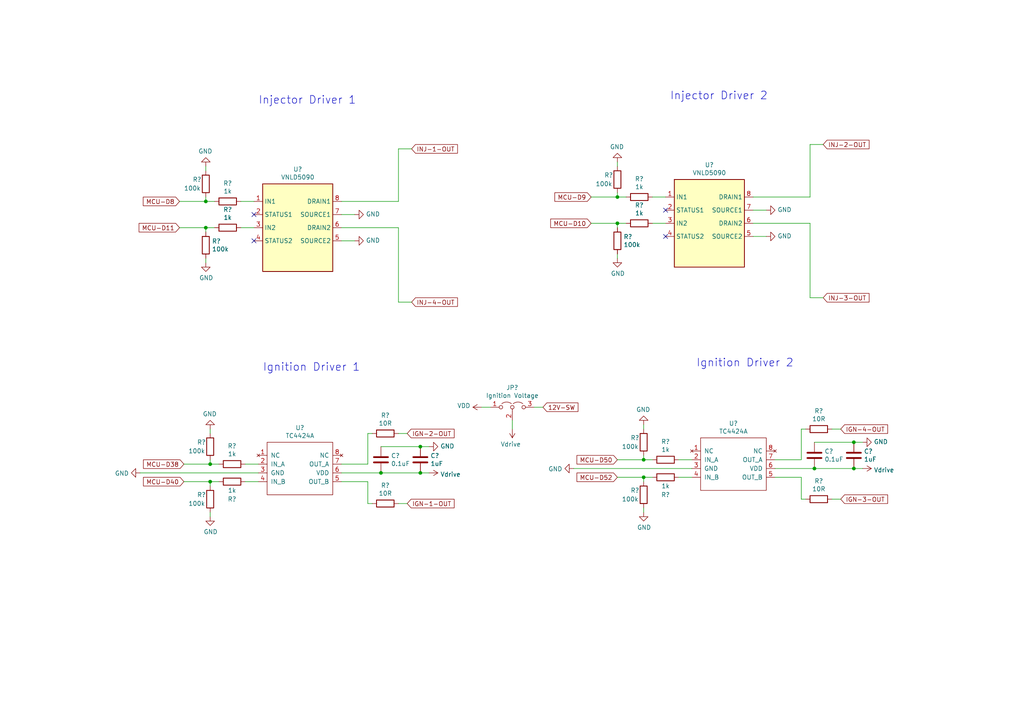
<source format=kicad_sch>
(kicad_sch (version 20210621) (generator eeschema)
  (paper "A4")
  (lib_symbols
    (symbol "Device:C" (pin_numbers hide) (pin_names (offset 0.254))
      (property "Reference" "C" (at 0.635 2.54 0))
      (property "Value" "C" (at 0.635 -2.54 0))
      (symbol "C_0_1"
        (polyline (pts (xy -2.032 -0.762) (xy 2.032 -0.762)) (stroke (width 0.508)))
        (polyline (pts (xy -2.032 0.762) (xy 2.032 0.762)) (stroke (width 0.508)))
      )
      (symbol "C_1_1"
        (pin passive line (at 0 3.81 270) (length 2.794) (name "~") (number "1"))
        (pin passive line (at 0 -3.81 90) (length 2.794) (name "~") (number "2"))
      )
    )
    (symbol "Device:D" (pin_numbers hide) (pin_names (offset 1.016) hide)
      (property "Reference" "D" (at 0 2.54 0))
      (property "Value" "D" (at 0 -2.54 0))
      (symbol "D_0_1"
        (polyline (pts (xy -1.27 1.27) (xy -1.27 -1.27)) (stroke (width 0.254)))
        (polyline (pts (xy 1.27 0) (xy -1.27 0)))
        (polyline (pts (xy 1.27 1.27) (xy 1.27 -1.27) (xy -1.27 0) (xy 1.27 1.27)) (stroke (width 0.254)))
      )
      (symbol "D_1_1"
        (pin passive line (at -3.81 0 0) (length 2.54) (name "K") (number "1"))
        (pin passive line (at 3.81 0 180) (length 2.54) (name "A") (number "2"))
      )
    )
    (symbol "Device:LED" (pin_numbers hide) (pin_names (offset 1.016) hide)
      (property "Reference" "D" (at 0 2.54 0))
      (property "Value" "LED" (at 0 -2.54 0))
      (symbol "LED_0_1"
        (polyline (pts (xy -1.27 -1.27) (xy -1.27 1.27)) (stroke (width 0.254)))
        (polyline (pts (xy -1.27 0) (xy 1.27 0)))
        (polyline (pts (xy 1.27 -1.27) (xy 1.27 1.27) (xy -1.27 0) (xy 1.27 -1.27)) (stroke (width 0.254)))
        (polyline (pts (xy -3.048 -0.762) (xy -4.572 -2.286) (xy -3.81 -2.286) (xy -4.572 -2.286) (xy -4.572 -1.524)))
        (polyline (pts (xy -1.778 -0.762) (xy -3.302 -2.286) (xy -2.54 -2.286) (xy -3.302 -2.286) (xy -3.302 -1.524)))
      )
      (symbol "LED_1_1"
        (pin passive line (at -3.81 0 0) (length 2.54) (name "K") (number "1"))
        (pin passive line (at 3.81 0 180) (length 2.54) (name "A") (number "2"))
      )
    )
    (symbol "Device:R" (pin_numbers hide) (pin_names (offset 0))
      (property "Reference" "R" (at 2.032 0 90))
      (property "Value" "R" (at 0 0 90))
      (symbol "R_0_1"
        (rectangle (start -1.016 -2.54) (end 1.016 2.54) (stroke (width 0.254)))
      )
      (symbol "R_1_1"
        (pin passive line (at 0 3.81 270) (length 1.27) (name "~") (number "1"))
        (pin passive line (at 0 -3.81 90) (length 1.27) (name "~") (number "2"))
      )
    )
    (symbol "IC_Automotive:TC4424A" (pin_names (offset 1.016))
      (property "Reference" "U" (at -7.62 38.1 0))
      (property "Value" "IC_Automotive_TC4424A" (at -15.24 38.1 0))
      (symbol "TC4424A_0_1"
        (rectangle (start -25.4 36.83) (end -6.35 21.59))
      )
      (symbol "TC4424A_1_1"
        (pin no_connect line (at -27.94 33.02 0) (length 2.54) (name "NC") (number "1"))
        (pin input line (at -27.94 30.48 0) (length 2.54) (name "IN_A") (number "2"))
        (pin power_in line (at -27.94 27.94 0) (length 2.54) (name "GND") (number "3"))
        (pin input line (at -27.94 25.4 0) (length 2.54) (name "IN_B") (number "4"))
        (pin input line (at -3.81 25.4 180) (length 2.54) (name "OUT_B") (number "5"))
        (pin power_in line (at -3.81 27.94 180) (length 2.54) (name "VDD") (number "6"))
        (pin output line (at -3.81 30.48 180) (length 2.54) (name "OUT_A") (number "7"))
        (pin no_connect line (at -3.81 33.02 180) (length 2.54) (name "NC") (number "8"))
      )
    )
    (symbol "IC_Automotive:VNLD5090"
      (property "Reference" "U" (at -7.62 11.43 0))
      (property "Value" "IC_Automotive_VNLD5090" (at 12.7 11.43 0))
      (symbol "VNLD5090_0_1"
        (rectangle (start -7.62 -15.24) (end 12.7 10.16) (stroke (width 0.254)) (fill (type background)))
      )
      (symbol "VNLD5090_1_1"
        (pin input line (at -10.16 5.08 0) (length 2.54) (name "IN1") (number "1"))
        (pin output line (at -10.16 1.27 0) (length 2.54) (name "STATUS1") (number "2"))
        (pin input line (at -10.16 -2.54 0) (length 2.54) (name "IN2") (number "3"))
        (pin output line (at -10.16 -6.35 0) (length 2.54) (name "STATUS2") (number "4"))
        (pin input line (at 15.24 -6.35 180) (length 2.54) (name "SOURCE2") (number "5"))
        (pin output line (at 15.24 -2.54 180) (length 2.54) (name "DRAIN2") (number "6"))
        (pin input line (at 15.24 1.27 180) (length 2.54) (name "SOURCE1") (number "7"))
        (pin output line (at 15.24 5.08 180) (length 2.54) (name "DRAIN1") (number "8"))
      )
    )
    (symbol "Jumper:Jumper_3_Open" (pin_names (offset 0) hide)
      (property "Reference" "JP" (at -2.54 -2.54 0))
      (property "Value" "Jumper_3_Open" (at 0 2.794 0))
      (symbol "Jumper_3_Open_0_0"
        (circle (center -3.302 0) (radius 0.508))
        (circle (center 0 0) (radius 0.508))
        (circle (center 3.302 0) (radius 0.508))
      )
      (symbol "Jumper_3_Open_0_1"
        (arc (start -0.254 1.016) (mid -1.651 1.4992) (end -3.048 1.016))
        (polyline (pts (xy 0 -0.508) (xy 0 -1.27)))
        (arc (start 3.048 1.016) (mid 1.651 1.4992) (end 0.254 1.016))
      )
      (symbol "Jumper_3_Open_1_1"
        (pin passive line (at -6.35 0 0) (length 2.54) (name "A") (number "1"))
        (pin input line (at 0 -3.81 90) (length 2.54) (name "C") (number "2"))
        (pin passive line (at 6.35 0 180) (length 2.54) (name "B") (number "3"))
      )
    )
    (symbol "SamacSys_Parts:1ED3124MU12FXUMA1" (pin_names (offset 0.762))
      (property "Reference" "IC" (at 24.13 7.62 0))
      (property "Value" "1ED3124MU12FXUMA1" (at 24.13 5.08 0))
      (symbol "1ED3124MU12FXUMA1_0_0"
        (pin passive line (at 0 0 0) (length 5.08) (name "VCC1") (number "1"))
        (pin passive line (at 0 -2.54 0) (length 5.08) (name "IN+") (number "2"))
        (pin passive line (at 0 -5.08 0) (length 5.08) (name "IN-") (number "3"))
        (pin passive line (at 0 -7.62 0) (length 5.08) (name "GND1") (number "4"))
        (pin passive line (at 27.94 -7.62 180) (length 5.08) (name "VCC2") (number "5"))
        (pin passive line (at 27.94 -5.08 180) (length 5.08) (name "OUT+") (number "6"))
        (pin passive line (at 27.94 -2.54 180) (length 5.08) (name "OUT-") (number "7"))
        (pin passive line (at 27.94 0 180) (length 5.08) (name "VEE2") (number "8"))
      )
      (symbol "1ED3124MU12FXUMA1_0_1"
        (polyline (pts (xy 5.08 2.54) (xy 22.86 2.54) (xy 22.86 -10.16) (xy 5.08 -10.16) (xy 5.08 2.54)) (stroke (width 0.1524)))
      )
    )
    (symbol "power:GND" (power) (pin_names (offset 0))
      (property "Value" "GND" (at 0 -3.81 0))
      (symbol "GND_0_1"
        (polyline (pts (xy 0 0) (xy 0 -1.27) (xy 1.27 -1.27) (xy 0 -2.54) (xy -1.27 -1.27) (xy 0 -1.27)))
      )
      (symbol "GND_1_1"
        (pin power_in line (at 0 0 270) (length 0) hide (name "GND") (number "1"))
      )
    )
    (symbol "power:VDD" (power) (pin_names (offset 0))
      (property "Value" "VDD" (at 0 3.81 0))
      (symbol "VDD_0_1"
        (polyline (pts (xy -0.762 1.27) (xy 0 2.54)))
        (polyline (pts (xy 0 0) (xy 0 2.54)))
        (polyline (pts (xy 0 2.54) (xy 0.762 1.27)))
      )
      (symbol "VDD_1_1"
        (pin power_in line (at 0 0 90) (length 0) hide (name "VDD") (number "1"))
      )
    )
    (symbol "power:Vdrive" (power) (pin_names (offset 0))
      (property "Value" "Vdrive" (at 0 3.81 0))
      (symbol "Vdrive_0_1"
        (polyline (pts (xy -0.762 1.27) (xy 0 2.54)))
        (polyline (pts (xy 0 0) (xy 0 2.54)))
        (polyline (pts (xy 0 2.54) (xy 0.762 1.27)))
      )
      (symbol "Vdrive_1_1"
        (pin power_in line (at 0 0 90) (length 0) hide (name "Vdrive") (number "1"))
      )
    )
  )
  (junction (at 64.77 -63.5))
  (junction (at 59.69 66.04))
  (junction (at 120.65 -41.91))
  (junction (at 59.69 58.42))
  (junction (at 121.92 129.54))
  (junction (at 186.69 133.35))
  (junction (at 60.96 139.7))
  (junction (at 121.92 137.16))
  (junction (at 64.77 -71.12))
  (junction (at 179.07 57.15))
  (junction (at 247.65 128.27))
  (junction (at 236.22 135.89))
  (junction (at 60.96 134.62))
  (junction (at 186.69 138.43))
  (junction (at 120.65 -86.36))
  (junction (at 247.65 135.89))
  (junction (at 179.07 64.77))
  (junction (at 110.49 137.16))
  (no_connect (at 73.66 69.85))
  (no_connect (at 193.04 68.58))
  (no_connect (at 73.66 62.23))
  (no_connect (at 193.04 60.96))
  (no_connect (at 78.74 -67.31))
  (no_connect (at 78.74 -59.69))
  (wire (pts (xy 102.87 -86.36) (xy 106.68 -86.36)))
  (wire (pts (xy 104.14 -71.12) (xy 120.65 -71.12)))
  (wire (pts (xy 104.14 -67.31) (xy 107.95 -67.31)))
  (wire (pts (xy 232.41 138.43) (xy 224.79 138.43)))
  (wire (pts (xy 114.3 -41.91) (xy 120.65 -41.91)))
  (wire (pts (xy 179.07 57.15) (xy 181.61 57.15)))
  (wire (pts (xy 189.23 64.77) (xy 193.04 64.77)))
  (wire (pts (xy 52.07 66.04) (xy 59.69 66.04)))
  (wire (pts (xy 124.46 -41.91) (xy 120.65 -41.91)))
  (wire (pts (xy 186.69 133.35) (xy 189.23 133.35)))
  (wire (pts (xy 60.96 125.73) (xy 60.96 124.46)))
  (wire (pts (xy 186.69 124.46) (xy 186.69 123.19)))
  (wire (pts (xy 233.68 124.46) (xy 232.41 124.46)))
  (wire (pts (xy 59.69 49.53) (xy 59.69 48.26)))
  (wire (pts (xy 181.61 64.77) (xy 179.07 64.77)))
  (wire (pts (xy 64.77 -53.34) (xy 64.77 -54.61)))
  (wire (pts (xy 121.92 129.54) (xy 110.49 129.54)))
  (wire (pts (xy 59.69 76.2) (xy 59.69 74.93)))
  (wire (pts (xy 99.06 66.04) (xy 115.57 66.04)))
  (wire (pts (xy 57.15 -63.5) (xy 64.77 -63.5)))
  (wire (pts (xy 232.41 133.35) (xy 224.79 133.35)))
  (wire (pts (xy 71.12 134.62) (xy 74.93 134.62)))
  (wire (pts (xy 148.59 124.46) (xy 148.59 121.92)))
  (wire (pts (xy 59.69 66.04) (xy 59.69 67.31)))
  (wire (pts (xy 114.3 -86.36) (xy 120.65 -86.36)))
  (wire (pts (xy 238.76 86.36) (xy 234.95 86.36)))
  (wire (pts (xy 106.68 139.7) (xy 99.06 139.7)))
  (wire (pts (xy 119.38 43.18) (xy 115.57 43.18)))
  (wire (pts (xy 241.3 144.78) (xy 243.84 144.78)))
  (wire (pts (xy 115.57 66.04) (xy 115.57 87.63)))
  (wire (pts (xy 218.44 57.15) (xy 234.95 57.15)))
  (wire (pts (xy 92.71 -41.91) (xy 95.25 -41.91)))
  (wire (pts (xy 241.3 124.46) (xy 243.84 124.46)))
  (wire (pts (xy 82.55 -41.91) (xy 85.09 -41.91)))
  (wire (pts (xy 60.96 133.35) (xy 60.96 134.62)))
  (wire (pts (xy 154.94 118.11) (xy 157.48 118.11)))
  (wire (pts (xy 238.76 41.91) (xy 234.95 41.91)))
  (wire (pts (xy 218.44 60.96) (xy 222.25 60.96)))
  (wire (pts (xy 60.96 149.86) (xy 60.96 148.59)))
  (wire (pts (xy 120.65 -71.12) (xy 120.65 -86.36)))
  (wire (pts (xy 53.34 134.62) (xy 60.96 134.62)))
  (wire (pts (xy 64.77 -63.5) (xy 64.77 -62.23)))
  (wire (pts (xy 74.93 -71.12) (xy 78.74 -71.12)))
  (wire (pts (xy 115.57 58.42) (xy 115.57 43.18)))
  (wire (pts (xy 60.96 139.7) (xy 60.96 140.97)))
  (wire (pts (xy 250.19 128.27) (xy 247.65 128.27)))
  (wire (pts (xy 186.69 132.08) (xy 186.69 133.35)))
  (wire (pts (xy 59.69 57.15) (xy 59.69 58.42)))
  (wire (pts (xy 247.65 135.89) (xy 236.22 135.89)))
  (wire (pts (xy 63.5 139.7) (xy 60.96 139.7)))
  (wire (pts (xy 82.55 -86.36) (xy 85.09 -86.36)))
  (wire (pts (xy 74.93 137.16) (xy 40.64 137.16)))
  (wire (pts (xy 64.77 -71.12) (xy 67.31 -71.12)))
  (wire (pts (xy 120.65 -63.5) (xy 120.65 -41.91)))
  (wire (pts (xy 186.69 148.59) (xy 186.69 147.32)))
  (wire (pts (xy 102.87 -41.91) (xy 106.68 -41.91)))
  (wire (pts (xy 247.65 128.27) (xy 236.22 128.27)))
  (wire (pts (xy 67.31 -63.5) (xy 64.77 -63.5)))
  (wire (pts (xy 52.07 58.42) (xy 59.69 58.42)))
  (wire (pts (xy 115.57 146.05) (xy 118.11 146.05)))
  (wire (pts (xy 104.14 -63.5) (xy 120.65 -63.5)))
  (wire (pts (xy 69.85 66.04) (xy 73.66 66.04)))
  (wire (pts (xy 99.06 62.23) (xy 102.87 62.23)))
  (wire (pts (xy 179.07 55.88) (xy 179.07 57.15)))
  (wire (pts (xy 179.07 64.77) (xy 179.07 66.04)))
  (wire (pts (xy 121.92 137.16) (xy 110.49 137.16)))
  (wire (pts (xy 62.23 66.04) (xy 59.69 66.04)))
  (wire (pts (xy 233.68 144.78) (xy 232.41 144.78)))
  (wire (pts (xy 142.24 118.11) (xy 139.7 118.11)))
  (wire (pts (xy 179.07 133.35) (xy 186.69 133.35)))
  (wire (pts (xy 71.12 139.7) (xy 74.93 139.7)))
  (wire (pts (xy 124.46 -86.36) (xy 120.65 -86.36)))
  (wire (pts (xy 179.07 74.93) (xy 179.07 73.66)))
  (wire (pts (xy 196.85 138.43) (xy 200.66 138.43)))
  (wire (pts (xy 107.95 125.73) (xy 106.68 125.73)))
  (wire (pts (xy 59.69 58.42) (xy 62.23 58.42)))
  (wire (pts (xy 99.06 58.42) (xy 115.57 58.42)))
  (wire (pts (xy 179.07 138.43) (xy 186.69 138.43)))
  (wire (pts (xy 234.95 64.77) (xy 234.95 86.36)))
  (wire (pts (xy 171.45 64.77) (xy 179.07 64.77)))
  (wire (pts (xy 189.23 138.43) (xy 186.69 138.43)))
  (wire (pts (xy 171.45 57.15) (xy 179.07 57.15)))
  (wire (pts (xy 222.25 68.58) (xy 218.44 68.58)))
  (wire (pts (xy 57.15 -71.12) (xy 64.77 -71.12)))
  (wire (pts (xy 107.95 -59.69) (xy 104.14 -59.69)))
  (wire (pts (xy 189.23 57.15) (xy 193.04 57.15)))
  (wire (pts (xy 60.96 134.62) (xy 63.5 134.62)))
  (wire (pts (xy 106.68 125.73) (xy 106.68 134.62)))
  (wire (pts (xy 179.07 48.26) (xy 179.07 46.99)))
  (wire (pts (xy 106.68 134.62) (xy 99.06 134.62)))
  (wire (pts (xy 234.95 57.15) (xy 234.95 41.91)))
  (wire (pts (xy 124.46 129.54) (xy 121.92 129.54)))
  (wire (pts (xy 124.46 137.16) (xy 121.92 137.16)))
  (wire (pts (xy 64.77 -80.01) (xy 64.77 -81.28)))
  (wire (pts (xy 232.41 144.78) (xy 232.41 138.43)))
  (wire (pts (xy 64.77 -72.39) (xy 64.77 -71.12)))
  (wire (pts (xy 102.87 69.85) (xy 99.06 69.85)))
  (wire (pts (xy 110.49 137.16) (xy 99.06 137.16)))
  (wire (pts (xy 236.22 135.89) (xy 224.79 135.89)))
  (wire (pts (xy 107.95 146.05) (xy 106.68 146.05)))
  (wire (pts (xy 232.41 124.46) (xy 232.41 133.35)))
  (wire (pts (xy 92.71 -86.36) (xy 95.25 -86.36)))
  (wire (pts (xy 115.57 125.73) (xy 118.11 125.73)))
  (wire (pts (xy 106.68 146.05) (xy 106.68 139.7)))
  (wire (pts (xy 69.85 58.42) (xy 73.66 58.42)))
  (wire (pts (xy 186.69 138.43) (xy 186.69 139.7)))
  (wire (pts (xy 250.19 135.89) (xy 247.65 135.89)))
  (wire (pts (xy 119.38 87.63) (xy 115.57 87.63)))
  (wire (pts (xy 200.66 135.89) (xy 166.37 135.89)))
  (wire (pts (xy 196.85 133.35) (xy 200.66 133.35)))
  (wire (pts (xy 74.93 -63.5) (xy 78.74 -63.5)))
  (wire (pts (xy 218.44 64.77) (xy 234.95 64.77)))
  (wire (pts (xy 53.34 139.7) (xy 60.96 139.7)))
  (text "Injector Driver 1" (at 74.93 30.48 0) (effects (font (size 2.2606 2.2606)) (justify left bottom)))
  (text "Ignition Driver 2" (at 201.93 106.68 0) (effects (font (size 2.2606 2.2606)) (justify left bottom)))
  (text "Injector Driver 2" (at 194.31 29.21 0) (effects (font (size 2.2606 2.2606)) (justify left bottom)))
  (text "Ignition Driver 1" (at 76.2 107.95 0) (effects (font (size 2.2606 2.2606)) (justify left bottom)))
  (text "Injector Driver 1" (at 80.01 -99.06 0) (effects (font (size 2.2606 2.2606)) (justify left bottom)))
  (global_label "IGN-1-OUT" (shape input) (at 118.11 146.05 0) (property "Intersheet References" "${INTERSHEET_REFS}" (effects hide)))
  (global_label "INJ-2-OUT" (shape input) (at 238.76 41.91 0) (property "Intersheet References" "${INTERSHEET_REFS}" (effects hide)))
  (global_label "12V-SW" (shape input) (at 82.55 -41.91 180) (property "Intersheet References" "${INTERSHEET_REFS}" (effects hide)))
  (global_label "MCU-D11" (shape input) (at 52.07 66.04 180) (property "Intersheet References" "${INTERSHEET_REFS}" (effects hide)))
  (global_label "MCU-D8" (shape input) (at 57.15 -71.12 180) (property "Intersheet References" "${INTERSHEET_REFS}" (effects hide)))
  (global_label "INJ-1-OUT" (shape input) (at 119.38 43.18 0) (property "Intersheet References" "${INTERSHEET_REFS}" (effects hide)))
  (global_label "MCU-D8" (shape input) (at 52.07 58.42 180) (property "Intersheet References" "${INTERSHEET_REFS}" (effects hide)))
  (global_label "IGN-2-OUT" (shape input) (at 118.11 125.73 0) (property "Intersheet References" "${INTERSHEET_REFS}" (effects hide)))
  (global_label "INJ-4-OUT" (shape input) (at 124.46 -41.91 0) (property "Intersheet References" "${INTERSHEET_REFS}" (effects hide)))
  (global_label "MCU-D40" (shape input) (at 53.34 139.7 180) (property "Intersheet References" "${INTERSHEET_REFS}" (effects hide)))
  (global_label "12V-SW" (shape input) (at 157.48 118.11 0) (property "Intersheet References" "${INTERSHEET_REFS}" (effects hide)))
  (global_label "MCU-D9" (shape input) (at 171.45 57.15 180) (property "Intersheet References" "${INTERSHEET_REFS}" (effects hide)))
  (global_label "INJ-3-OUT" (shape input) (at 238.76 86.36 0) (property "Intersheet References" "${INTERSHEET_REFS}" (effects hide)))
  (global_label "INJ-1-OUT" (shape input) (at 124.46 -86.36 0) (property "Intersheet References" "${INTERSHEET_REFS}" (effects hide)))
  (global_label "MCU-D52" (shape input) (at 179.07 138.43 180) (property "Intersheet References" "${INTERSHEET_REFS}" (effects hide)))
  (global_label "12V-SW" (shape input) (at 82.55 -86.36 180) (property "Intersheet References" "${INTERSHEET_REFS}" (effects hide)))
  (global_label "INJ-4-OUT" (shape input) (at 119.38 87.63 0) (property "Intersheet References" "${INTERSHEET_REFS}" (effects hide)))
  (global_label "MCU-D38" (shape input) (at 53.34 134.62 180) (property "Intersheet References" "${INTERSHEET_REFS}" (effects hide)))
  (global_label "MCU-D11" (shape input) (at 57.15 -63.5 180) (property "Intersheet References" "${INTERSHEET_REFS}" (effects hide)))
  (global_label "MCU-D10" (shape input) (at 171.45 64.77 180) (property "Intersheet References" "${INTERSHEET_REFS}" (effects hide)))
  (global_label "IGN-3-OUT" (shape input) (at 243.84 144.78 0) (property "Intersheet References" "${INTERSHEET_REFS}" (effects hide)))
  (global_label "MCU-D50" (shape input) (at 179.07 133.35 180) (property "Intersheet References" "${INTERSHEET_REFS}" (effects hide)))
  (global_label "IGN-4-OUT" (shape input) (at 243.84 124.46 0) (property "Intersheet References" "${INTERSHEET_REFS}" (effects hide)))
  (symbol (lib_id "Device:R") (at 71.12 -71.12 270) (unit 1)
    (property "Reference" "R?" (at 71.12 -76.3778 90))
    (property "Value" "1k" (at 71.12 -74.0664 90))
    (property "Footprint" "Resistor_SMD:R_0805_2012Metric" (effects hide))
    (property "Digikey Part Number" "311-1.00KCRCT-ND" (effects hide))
    (property "Manufacturer_Name" "Yageo" (effects hide))
    (property "Manufacturer_Part_Number" "RC0805FR-071KL" (effects hide))
    (property "URL" "https://www.digikey.com/product-detail/en/yageo/RC0805FR-071KL/311-1.00KCRCT-ND/730391" (effects hide))
  )
  (symbol (lib_id "Jumper:Jumper_3_Open") (at 148.59 118.11 0) (unit 1)
    (property "Reference" "JP?" (at 148.59 112.4204 0))
    (property "Value" "Ignition Voltage" (at 148.59 114.7318 0))
    (property "Footprint" "Connector_PinHeader_2.54mm:PinHeader_1x03_P2.54mm_Vertical" (effects hide))
    (property "Digikey Part Number" "952-2263-ND " (effects hide))
    (property "Manufacturer_Name" "Harwin Inc" (effects hide))
    (property "Manufacturer_Part_Number" "M20-9990345" (effects hide))
    (property "URL" "https://www.digikey.com.au/products/en?keywords=M20-9990345" (effects hide))
  )
  (symbol (lib_id "Device:R") (at 71.12 -63.5 270) (unit 1)
    (property "Reference" "R?" (at 71.12 -68.7578 90))
    (property "Value" "1k" (at 71.12 -66.4464 90))
    (property "Footprint" "Resistor_SMD:R_0805_2012Metric" (effects hide))
    (property "Digikey Part Number" "311-1.00KCRCT-ND" (effects hide))
    (property "Manufacturer_Name" "Yageo" (effects hide))
    (property "Manufacturer_Part_Number" "RC0805FR-071KL" (effects hide))
    (property "URL" "https://www.digikey.com/product-detail/en/yageo/RC0805FR-071KL/311-1.00KCRCT-ND/730391" (effects hide))
  )
  (symbol (lib_id "power:GND") (at 60.96 149.86 0) (unit 1)
    (property "Reference" "#PWR?" (effects hide))
    (property "Value" "GND" (at 61.087 154.2542 0))
  )
  (symbol (lib_id "Device:R") (at 186.69 143.51 180) (unit 1)
    (property "Reference" "R?" (at 182.88 142.24 0) (effects (justify right)))
    (property "Value" "100k" (at 180.34 144.78 0) (effects (justify right)))
    (property "Footprint" "Resistor_SMD:R_0805_2012Metric" (effects hide))
    (property "Digikey Part Number" "311-100KCRCT-ND" (effects hide))
    (property "Manufacturer_Name" "Yageo" (effects hide))
    (property "Manufacturer_Part_Number" "RC0805FR-07100KL" (effects hide))
    (property "URL" "https://www.digikey.com/product-detail/en/yageo/RC0805FR-07100KL/311-100KCRCT-ND/730491" (effects hide))
  )
  (symbol (lib_id "power:Vdrive") (at 250.19 135.89 270) (unit 1)
    (property "Reference" "#PWR?" (effects hide))
    (property "Value" "Vdrive" (at 253.4412 136.3218 90) (effects (justify left)))
  )
  (symbol (lib_id "Device:R") (at 60.96 129.54 180) (unit 1)
    (property "Reference" "R?" (at 57.15 128.27 0) (effects (justify right)))
    (property "Value" "100k" (at 54.61 130.81 0) (effects (justify right)))
    (property "Footprint" "Resistor_SMD:R_0805_2012Metric" (effects hide))
    (property "Digikey Part Number" "311-100KCRCT-ND" (effects hide))
    (property "Manufacturer_Name" "Yageo" (effects hide))
    (property "Manufacturer_Part_Number" "RC0805FR-07100KL" (effects hide))
    (property "URL" "https://www.digikey.com/product-detail/en/yageo/RC0805FR-07100KL/311-100KCRCT-ND/730491" (effects hide))
  )
  (symbol (lib_id "Device:R") (at 185.42 57.15 270) (unit 1)
    (property "Reference" "R?" (at 185.42 51.8922 90))
    (property "Value" "1k" (at 185.42 54.2036 90))
    (property "Footprint" "Resistor_SMD:R_0805_2012Metric" (effects hide))
    (property "Digikey Part Number" "311-1.00KCRCT-ND" (effects hide))
    (property "Manufacturer_Name" "Yageo" (effects hide))
    (property "Manufacturer_Part_Number" "RC0805FR-071KL" (effects hide))
    (property "URL" "https://www.digikey.com/product-detail/en/yageo/RC0805FR-071KL/311-1.00KCRCT-ND/730391" (effects hide))
  )
  (symbol (lib_id "Device:R") (at 111.76 125.73 270) (unit 1)
    (property "Reference" "R?" (at 111.76 120.4722 90))
    (property "Value" "10R" (at 111.76 122.7836 90))
    (property "Footprint" "Resistor_SMD:R_0805_2012Metric" (effects hide))
    (property "Digikey Part Number" "311-10.0CRCT-ND" (effects hide))
    (property "Manufacturer_Name" "Yageo" (effects hide))
    (property "Manufacturer_Part_Number" "RC0805FR-0710RL" (effects hide))
    (property "URL" "https://www.digikey.com/product-detail/en/yageo/RC0805FR-0710RL/311-10.0CRCT-ND/730481" (effects hide))
  )
  (symbol (lib_id "power:GND") (at 166.37 135.89 270) (unit 1)
    (property "Reference" "#PWR?" (effects hide))
    (property "Value" "GND" (at 163.1188 136.017 90) (effects (justify right)))
  )
  (symbol (lib_id "power:VDD") (at 139.7 118.11 90) (unit 1)
    (property "Reference" "#PWR?" (effects hide))
    (property "Value" "VDD" (at 136.4488 117.6782 90) (effects (justify left)))
  )
  (symbol (lib_id "Device:R") (at 237.49 144.78 270) (unit 1)
    (property "Reference" "R?" (at 237.49 139.5222 90))
    (property "Value" "10R" (at 237.49 141.8336 90))
    (property "Footprint" "Resistor_SMD:R_0805_2012Metric" (effects hide))
    (property "Digikey Part Number" "311-10.0CRCT-ND" (effects hide))
    (property "Manufacturer_Name" "Yageo" (effects hide))
    (property "Manufacturer_Part_Number" "RC0805FR-0710RL" (effects hide))
    (property "URL" "https://www.digikey.com/product-detail/en/yageo/RC0805FR-0710RL/311-10.0CRCT-ND/730481" (effects hide))
  )
  (symbol (lib_id "Device:R") (at 88.9 -86.36 270) (unit 1)
    (property "Reference" "R?" (at 88.9 -91.6178 90))
    (property "Value" "2.4k" (at 88.9 -89.3064 90))
    (property "Footprint" "Resistor_SMD:R_0805_2012Metric" (effects hide))
    (property "Digikey Part Number" "311-2.40KCRCT-ND" (effects hide))
    (property "Manufacturer_Name" "Yageo" (effects hide))
    (property "Manufacturer_Part_Number" "RC0805FR-072K4L" (effects hide))
    (property "URL" "https://www.digikey.com/product-detail/en/yageo/RC0805FR-072K4L/311-2.40KCRCT-ND/730637" (effects hide))
  )
  (symbol (lib_id "Device:R") (at 237.49 124.46 270) (unit 1)
    (property "Reference" "R?" (at 237.49 119.2022 90))
    (property "Value" "10R" (at 237.49 121.5136 90))
    (property "Footprint" "Resistor_SMD:R_0805_2012Metric" (effects hide))
    (property "Digikey Part Number" "311-10.0CRCT-ND" (effects hide))
    (property "Manufacturer_Name" "Yageo" (effects hide))
    (property "Manufacturer_Part_Number" "RC0805FR-0710RL" (effects hide))
    (property "URL" "https://www.digikey.com/product-detail/en/yageo/RC0805FR-0710RL/311-10.0CRCT-ND/730481" (effects hide))
  )
  (symbol (lib_id "Device:C") (at 110.49 133.35 0) (unit 1)
    (property "Reference" "C?" (at 113.411 132.1816 0) (effects (justify left)))
    (property "Value" "0.1uF" (at 113.411 134.493 0) (effects (justify left)))
    (property "Footprint" "Capacitor_SMD:C_0805_2012Metric" (effects hide))
    (property "Digikey Part Number" "311-1140-1-ND" (effects hide))
    (property "Manufacturer_Name" "Yageo" (effects hide))
    (property "Manufacturer_Part_Number" "CC0805KRX7R9BB104" (effects hide))
    (property "URL" "https://www.digikey.com.au/product-detail/en/yageo/CC0805KRX7R9BB104/311-1140-1-ND/303050" (effects hide))
  )
  (symbol (lib_id "Device:R") (at 179.07 52.07 180) (unit 1)
    (property "Reference" "R?" (at 175.26 50.8 0) (effects (justify right)))
    (property "Value" "100k" (at 172.72 53.34 0) (effects (justify right)))
    (property "Footprint" "Resistor_SMD:R_0805_2012Metric" (effects hide))
    (property "Digikey Part Number" "311-100KCRCT-ND" (effects hide))
    (property "Manufacturer_Name" "Yageo" (effects hide))
    (property "Manufacturer_Part_Number" "RC0805FR-07100KL" (effects hide))
    (property "URL" "https://www.digikey.com/product-detail/en/yageo/RC0805FR-07100KL/311-100KCRCT-ND/730491" (effects hide))
  )
  (symbol (lib_id "power:GND") (at 102.87 62.23 90) (unit 1)
    (property "Reference" "#PWR?" (effects hide))
    (property "Value" "GND" (at 106.1212 62.103 90) (effects (justify right)))
  )
  (symbol (lib_id "Device:R") (at 66.04 66.04 270) (unit 1)
    (property "Reference" "R?" (at 66.04 60.7822 90))
    (property "Value" "1k" (at 66.04 63.0936 90))
    (property "Footprint" "Resistor_SMD:R_0805_2012Metric" (effects hide))
    (property "Digikey Part Number" "311-1.00KCRCT-ND" (effects hide))
    (property "Manufacturer_Name" "Yageo" (effects hide))
    (property "Manufacturer_Part_Number" "RC0805FR-071KL" (effects hide))
    (property "URL" "https://www.digikey.com/product-detail/en/yageo/RC0805FR-071KL/311-1.00KCRCT-ND/730391" (effects hide))
  )
  (symbol (lib_id "power:GND") (at 186.69 123.19 180) (unit 1)
    (property "Reference" "#PWR?" (effects hide))
    (property "Value" "GND" (at 186.563 118.7958 0))
  )
  (symbol (lib_id "power:GND") (at 64.77 -81.28 180) (unit 1)
    (property "Reference" "#PWR?" (effects hide))
    (property "Value" "GND" (at 64.643 -85.6742 0))
  )
  (symbol (lib_id "IC_Automotive:VNLD5090") (at 203.2 62.23 0) (unit 1)
    (property "Reference" "U?" (at 205.74 47.8282 0))
    (property "Value" "VNLD5090" (at 205.74 50.1396 0))
    (property "Footprint" "Package_SO:SOIC-8_3.9x4.9mm_P1.27mm" (effects hide))
    (property "Datasheet" "https://www.st.com/resource/en/datasheet/vnld5090-e.pdf" (effects hide))
    (property "Manufacturer_Name" "STMicro" (effects hide))
    (property "Manufacturer_Part_Number" "VNLD5090-E" (effects hide))
    (property "URL" "https://www.digikey.com.au/products/en?keywords=VNLD5090-E" (effects hide))
    (property "Digikey Part Number" "497-18682-ND" (effects hide))
  )
  (symbol (lib_id "Device:R") (at 60.96 144.78 180) (unit 1)
    (property "Reference" "R?" (at 57.15 143.51 0) (effects (justify right)))
    (property "Value" "100k" (at 54.61 146.05 0) (effects (justify right)))
    (property "Footprint" "Resistor_SMD:R_0805_2012Metric" (effects hide))
    (property "Digikey Part Number" "311-100KCRCT-ND" (effects hide))
    (property "Manufacturer_Name" "Yageo" (effects hide))
    (property "Manufacturer_Part_Number" "RC0805FR-07100KL" (effects hide))
    (property "URL" "https://www.digikey.com/product-detail/en/yageo/RC0805FR-07100KL/311-100KCRCT-ND/730491" (effects hide))
  )
  (symbol (lib_id "power:GND") (at 179.07 74.93 0) (unit 1)
    (property "Reference" "#PWR?" (effects hide))
    (property "Value" "GND" (at 179.197 79.3242 0))
  )
  (symbol (lib_id "Device:R") (at 67.31 139.7 270) (unit 1)
    (property "Reference" "R?" (at 67.31 144.78 90))
    (property "Value" "1k" (at 67.31 142.24 90))
    (property "Footprint" "Resistor_SMD:R_0805_2012Metric" (effects hide))
    (property "Digikey Part Number" "311-1.00KCRCT-ND" (effects hide))
    (property "Manufacturer_Name" "Yageo" (effects hide))
    (property "Manufacturer_Part_Number" "RC0805FR-071KL" (effects hide))
    (property "URL" "https://www.digikey.com/product-detail/en/yageo/RC0805FR-071KL/311-1.00KCRCT-ND/730391" (effects hide))
  )
  (symbol (lib_id "Device:R") (at 64.77 -58.42 180) (unit 1)
    (property "Reference" "R?" (at 66.548 -59.5884 0) (effects (justify right)))
    (property "Value" "100k" (at 66.548 -57.277 0) (effects (justify right)))
    (property "Footprint" "Resistor_SMD:R_0805_2012Metric" (effects hide))
    (property "Digikey Part Number" "311-100KCRCT-ND" (effects hide))
    (property "Manufacturer_Name" "Yageo" (effects hide))
    (property "Manufacturer_Part_Number" "RC0805FR-07100KL" (effects hide))
    (property "URL" "https://www.digikey.com/product-detail/en/yageo/RC0805FR-07100KL/311-100KCRCT-ND/730491" (effects hide))
  )
  (symbol (lib_id "IC_Automotive:VNLD5090") (at 88.9 -66.04 0) (unit 1)
    (property "Reference" "U?" (at 91.44 -80.4418 0))
    (property "Value" "VNLD5090" (at 91.44 -78.1304 0))
    (property "Footprint" "Package_SO:SOIC-8_3.9x4.9mm_P1.27mm" (effects hide))
    (property "Datasheet" "https://www.st.com/resource/en/datasheet/vnld5090-e.pdf" (effects hide))
    (property "Manufacturer_Name" "STMicro" (effects hide))
    (property "Manufacturer_Part_Number" "VNLD5090-E" (effects hide))
    (property "URL" "https://www.digikey.com.au/products/en?keywords=VNLD5090-E" (effects hide))
    (property "Digikey Part Number" "497-18682-ND" (effects hide))
  )
  (symbol (lib_id "Device:LED") (at 99.06 -86.36 180) (unit 1)
    (property "Reference" "D?" (at 99.2378 -92.837 0))
    (property "Value" "LED" (at 99.2378 -90.5256 0))
    (property "Footprint" "LED_SMD:LED_0805_2012Metric" (effects hide))
    (property "Digikey Part Number" "475-1415-1-ND" (effects hide))
    (property "Manufacturer_Name" "Osram" (effects hide))
    (property "Manufacturer_Part_Number" "LH R974-LP-1" (effects hide))
    (property "URL" "https://www.digikey.com/product-detail/en/osram-opto-semiconductors-inc/LH-R974-LP-1/475-1415-1-ND/1802604" (effects hide))
  )
  (symbol (lib_id "Device:R") (at 193.04 138.43 270) (unit 1)
    (property "Reference" "R?" (at 193.04 143.51 90))
    (property "Value" "1k" (at 193.04 140.97 90))
    (property "Footprint" "Resistor_SMD:R_0805_2012Metric" (effects hide))
    (property "Digikey Part Number" "311-1.00KCRCT-ND" (effects hide))
    (property "Manufacturer_Name" "Yageo" (effects hide))
    (property "Manufacturer_Part_Number" "RC0805FR-071KL" (effects hide))
    (property "URL" "https://www.digikey.com/product-detail/en/yageo/RC0805FR-071KL/311-1.00KCRCT-ND/730391" (effects hide))
  )
  (symbol (lib_id "Device:D") (at 110.49 -86.36 180) (unit 1)
    (property "Reference" "D?" (at 110.49 -91.8464 0))
    (property "Value" "D" (at 110.49 -89.535 0))
    (property "Footprint" "Diode_SMD:D_SOD-323" (effects hide))
    (property "Digikey Part Number" "1N4448WXTPMSCT-ND" (effects hide))
    (property "Manufacturer_Name" "MCC" (effects hide))
    (property "Manufacturer_Part_Number" "1N4448WX-TP" (effects hide))
    (property "URL" "https://www.digikey.com/product-detail/en/micro-commercial-co/1N4448WX-TP/1N4448WXTPMSCT-ND/789338" (effects hide))
  )
  (symbol (lib_id "power:GND") (at 102.87 69.85 90) (unit 1)
    (property "Reference" "#PWR?" (effects hide))
    (property "Value" "GND" (at 106.1212 69.723 90) (effects (justify right)))
  )
  (symbol (lib_id "Device:C") (at 121.92 133.35 0) (unit 1)
    (property "Reference" "C?" (at 124.841 132.1816 0) (effects (justify left)))
    (property "Value" "1uF" (at 124.841 134.493 0) (effects (justify left)))
    (property "Footprint" "Capacitor_SMD:C_0805_2012Metric" (effects hide))
    (property "Digikey Part Number" "311-1365-1-ND" (effects hide))
    (property "Manufacturer_Name" "Yageo" (effects hide))
    (property "Manufacturer_Part_Number" "CC0805KKX7R7BB105" (effects hide))
    (property "URL" "https://www.digikey.com/product-detail/en/yageo/CC0805KKX7R7BB105/311-1365-1-ND/2103149" (effects hide))
  )
  (symbol (lib_id "Device:C") (at 236.22 132.08 0) (unit 1)
    (property "Reference" "C?" (at 239.141 130.9116 0) (effects (justify left)))
    (property "Value" "0.1uF" (at 239.141 133.223 0) (effects (justify left)))
    (property "Footprint" "Capacitor_SMD:C_0805_2012Metric" (effects hide))
    (property "Digikey Part Number" "311-1140-1-ND" (effects hide))
    (property "Manufacturer_Name" "Yageo" (effects hide))
    (property "Manufacturer_Part_Number" "CC0805KRX7R9BB104" (effects hide))
    (property "URL" "https://www.digikey.com.au/product-detail/en/yageo/CC0805KRX7R9BB104/311-1140-1-ND/303050" (effects hide))
  )
  (symbol (lib_id "Device:C") (at 247.65 132.08 0) (unit 1)
    (property "Reference" "C?" (at 250.571 130.9116 0) (effects (justify left)))
    (property "Value" "1uF" (at 250.571 133.223 0) (effects (justify left)))
    (property "Footprint" "Capacitor_SMD:C_0805_2012Metric" (effects hide))
    (property "Digikey Part Number" "311-1365-1-ND" (effects hide))
    (property "Manufacturer_Name" "Yageo" (effects hide))
    (property "Manufacturer_Part_Number" "CC0805KKX7R7BB105" (effects hide))
    (property "URL" "https://www.digikey.com/product-detail/en/yageo/CC0805KKX7R7BB105/311-1365-1-ND/2103149" (effects hide))
  )
  (symbol (lib_id "Device:R") (at 67.31 134.62 270) (unit 1)
    (property "Reference" "R?" (at 67.31 129.3622 90))
    (property "Value" "1k" (at 67.31 131.6736 90))
    (property "Footprint" "Resistor_SMD:R_0805_2012Metric" (effects hide))
    (property "Digikey Part Number" "311-1.00KCRCT-ND" (effects hide))
    (property "Manufacturer_Name" "Yageo" (effects hide))
    (property "Manufacturer_Part_Number" "RC0805FR-071KL" (effects hide))
    (property "URL" "https://www.digikey.com/product-detail/en/yageo/RC0805FR-071KL/311-1.00KCRCT-ND/730391" (effects hide))
  )
  (symbol (lib_id "IC_Automotive:VNLD5090") (at 83.82 63.5 0) (unit 1)
    (property "Reference" "U?" (at 86.36 49.0982 0))
    (property "Value" "VNLD5090" (at 86.36 51.4096 0))
    (property "Footprint" "Package_SO:SOIC-8_3.9x4.9mm_P1.27mm" (effects hide))
    (property "Datasheet" "https://www.st.com/resource/en/datasheet/vnld5090-e.pdf" (effects hide))
    (property "Manufacturer_Name" "STMicro" (effects hide))
    (property "Manufacturer_Part_Number" "VNLD5090-E" (effects hide))
    (property "URL" "https://www.digikey.com.au/products/en?keywords=VNLD5090-E" (effects hide))
    (property "Digikey Part Number" "497-18682-ND" (effects hide))
  )
  (symbol (lib_id "Device:R") (at 59.69 53.34 180) (unit 1)
    (property "Reference" "R?" (at 55.88 52.07 0) (effects (justify right)))
    (property "Value" "100k" (at 53.34 54.61 0) (effects (justify right)))
    (property "Footprint" "Resistor_SMD:R_0805_2012Metric" (effects hide))
    (property "Digikey Part Number" "311-100KCRCT-ND" (effects hide))
    (property "Manufacturer_Name" "Yageo" (effects hide))
    (property "Manufacturer_Part_Number" "RC0805FR-07100KL" (effects hide))
    (property "URL" "https://www.digikey.com/product-detail/en/yageo/RC0805FR-07100KL/311-100KCRCT-ND/730491" (effects hide))
  )
  (symbol (lib_id "power:GND") (at 59.69 76.2 0) (unit 1)
    (property "Reference" "#PWR?" (effects hide))
    (property "Value" "GND" (at 59.817 80.5942 0))
  )
  (symbol (lib_id "power:GND") (at 107.95 -59.69 90) (unit 1)
    (property "Reference" "#PWR?" (effects hide))
    (property "Value" "GND" (at 111.2012 -59.817 90) (effects (justify right)))
  )
  (symbol (lib_id "Device:D") (at 110.49 -41.91 180) (unit 1)
    (property "Reference" "D?" (at 110.49 -47.3964 0))
    (property "Value" "D" (at 110.49 -45.085 0))
    (property "Footprint" "Diode_SMD:D_SOD-323" (effects hide))
    (property "Digikey Part Number" "1N4448WXTPMSCT-ND" (effects hide))
    (property "Manufacturer_Name" "MCC" (effects hide))
    (property "Manufacturer_Part_Number" "1N4448WX-TP" (effects hide))
    (property "URL" "https://www.digikey.com/product-detail/en/micro-commercial-co/1N4448WX-TP/1N4448WXTPMSCT-ND/789338" (effects hide))
  )
  (symbol (lib_id "Device:R") (at 193.04 133.35 270) (unit 1)
    (property "Reference" "R?" (at 193.04 128.0922 90))
    (property "Value" "1k" (at 193.04 130.4036 90))
    (property "Footprint" "Resistor_SMD:R_0805_2012Metric" (effects hide))
    (property "Digikey Part Number" "311-1.00KCRCT-ND" (effects hide))
    (property "Manufacturer_Name" "Yageo" (effects hide))
    (property "Manufacturer_Part_Number" "RC0805FR-071KL" (effects hide))
    (property "URL" "https://www.digikey.com/product-detail/en/yageo/RC0805FR-071KL/311-1.00KCRCT-ND/730391" (effects hide))
  )
  (symbol (lib_id "power:GND") (at 222.25 68.58 90) (unit 1)
    (property "Reference" "#PWR?" (effects hide))
    (property "Value" "GND" (at 225.5012 68.453 90) (effects (justify right)))
  )
  (symbol (lib_id "power:GND") (at 60.96 124.46 180) (unit 1)
    (property "Reference" "#PWR?" (effects hide))
    (property "Value" "GND" (at 60.833 120.0658 0))
  )
  (symbol (lib_id "Device:LED") (at 99.06 -41.91 180) (unit 1)
    (property "Reference" "D?" (at 99.2378 -48.387 0))
    (property "Value" "LED" (at 99.2378 -46.0756 0))
    (property "Footprint" "LED_SMD:LED_0805_2012Metric" (effects hide))
    (property "Digikey Part Number" "475-1415-1-ND" (effects hide))
    (property "Manufacturer_Name" "Osram" (effects hide))
    (property "Manufacturer_Part_Number" "LH R974-LP-1" (effects hide))
    (property "URL" "https://www.digikey.com/product-detail/en/osram-opto-semiconductors-inc/LH-R974-LP-1/475-1415-1-ND/1802604" (effects hide))
  )
  (symbol (lib_id "SamacSys_Parts:1ED3124MU12FXUMA1") (at 73.66 -22.86 0) (unit 1)
    (property "Reference" "IC?" (at 87.63 -30.48 0))
    (property "Value" "1ED3124MU12FXUMA1" (at 87.63 -27.94 0))
    (property "Footprint" "SOIC127P600X172-8N" (effects hide))
    (property "Datasheet" "https://www.infineon.com/dgdl/Infineon-1ED312xMU12F-DataSheet-v02_00-EN.pdf?fileId=5546d46277921c320177cf830baf768b" (effects hide))
    (property "Description" "Gate Drivers" (effects hide))
    (property "Height" "1.72" (effects hide))
    (property "Mouser Part Number" "726-1ED3124MU12FXUMA" (effects hide))
    (property "Mouser Price/Stock" "https://www.mouser.co.uk/ProductDetail/Infineon-Technologies/1ED3124MU12FXUMA1?qs=81r%252BiQLm7BTNQYwq%252BZiNWg%3D%3D" (effects hide))
    (property "Manufacturer_Name" "Infineon" (effects hide))
    (property "Manufacturer_Part_Number" "1ED3124MU12FXUMA1" (effects hide))
  )
  (symbol (lib_id "Device:R") (at 66.04 58.42 270) (unit 1)
    (property "Reference" "R?" (at 66.04 53.1622 90))
    (property "Value" "1k" (at 66.04 55.4736 90))
    (property "Footprint" "Resistor_SMD:R_0805_2012Metric" (effects hide))
    (property "Digikey Part Number" "311-1.00KCRCT-ND" (effects hide))
    (property "Manufacturer_Name" "Yageo" (effects hide))
    (property "Manufacturer_Part_Number" "RC0805FR-071KL" (effects hide))
    (property "URL" "https://www.digikey.com/product-detail/en/yageo/RC0805FR-071KL/311-1.00KCRCT-ND/730391" (effects hide))
  )
  (symbol (lib_id "power:Vdrive") (at 124.46 137.16 270) (unit 1)
    (property "Reference" "#PWR?" (effects hide))
    (property "Value" "Vdrive" (at 127.7112 137.5918 90) (effects (justify left)))
  )
  (symbol (lib_id "power:GND") (at 59.69 48.26 180) (unit 1)
    (property "Reference" "#PWR?" (effects hide))
    (property "Value" "GND" (at 59.563 43.8658 0))
  )
  (symbol (lib_id "power:GND") (at 179.07 46.99 180) (unit 1)
    (property "Reference" "#PWR?" (effects hide))
    (property "Value" "GND" (at 178.943 42.5958 0))
  )
  (symbol (lib_id "power:GND") (at 250.19 128.27 90) (unit 1)
    (property "Reference" "#PWR?" (effects hide))
    (property "Value" "GND" (at 253.4412 128.143 90) (effects (justify right)))
  )
  (symbol (lib_id "power:GND") (at 107.95 -67.31 90) (unit 1)
    (property "Reference" "#PWR?" (effects hide))
    (property "Value" "GND" (at 111.2012 -67.437 90) (effects (justify right)))
  )
  (symbol (lib_id "power:GND") (at 64.77 -53.34 0) (unit 1)
    (property "Reference" "#PWR?" (effects hide))
    (property "Value" "GND" (at 64.897 -48.9458 0))
  )
  (symbol (lib_id "power:GND") (at 40.64 137.16 270) (unit 1)
    (property "Reference" "#PWR?" (effects hide))
    (property "Value" "GND" (at 37.3888 137.287 90) (effects (justify right)))
  )
  (symbol (lib_id "Device:R") (at 186.69 128.27 180) (unit 1)
    (property "Reference" "R?" (at 182.88 127 0) (effects (justify right)))
    (property "Value" "100k" (at 180.34 129.54 0) (effects (justify right)))
    (property "Footprint" "Resistor_SMD:R_0805_2012Metric" (effects hide))
    (property "Digikey Part Number" "311-100KCRCT-ND" (effects hide))
    (property "Manufacturer_Name" "Yageo" (effects hide))
    (property "Manufacturer_Part_Number" "RC0805FR-07100KL" (effects hide))
    (property "URL" "https://www.digikey.com/product-detail/en/yageo/RC0805FR-07100KL/311-100KCRCT-ND/730491" (effects hide))
  )
  (symbol (lib_id "power:GND") (at 124.46 129.54 90) (unit 1)
    (property "Reference" "#PWR?" (effects hide))
    (property "Value" "GND" (at 127.7112 129.413 90) (effects (justify right)))
  )
  (symbol (lib_id "IC_Automotive:TC4424A") (at 102.87 165.1 0) (unit 1)
    (property "Reference" "U?" (at 86.995 124.079 0))
    (property "Value" "TC4424A" (at 86.995 126.3904 0))
    (property "Footprint" "Package_SO:SOIC-8_3.9x4.9mm_P1.27mm" (effects hide))
    (property "Digikey Part Number" "TC4424AVOA-ND" (effects hide))
    (property "Manufacturer_Name" "Microchip" (effects hide))
    (property "Manufacturer_Part_Number" "TC4424AVOA" (effects hide))
    (property "URL" "https://www.digikey.com/product-detail/en/microchip-technology/TC4424AVOA/TC4424AVOA-ND/1098908" (effects hide))
  )
  (symbol (lib_id "IC_Automotive:TC4424A") (at 228.6 163.83 0) (unit 1)
    (property "Reference" "U?" (at 212.725 122.809 0))
    (property "Value" "TC4424A" (at 212.725 125.1204 0))
    (property "Footprint" "Package_SO:SOIC-8_3.9x4.9mm_P1.27mm" (effects hide))
    (property "Digikey Part Number" "TC4424AVOA-ND" (effects hide))
    (property "Manufacturer_Name" "Microchip" (effects hide))
    (property "Manufacturer_Part_Number" "TC4424AVOA" (effects hide))
    (property "URL" "https://www.digikey.com/product-detail/en/microchip-technology/TC4424AVOA/TC4424AVOA-ND/1098908" (effects hide))
  )
  (symbol (lib_id "power:Vdrive") (at 148.59 124.46 180) (unit 1)
    (property "Reference" "#PWR?" (effects hide))
    (property "Value" "Vdrive" (at 148.1328 128.8542 0))
  )
  (symbol (lib_id "Device:R") (at 88.9 -41.91 270) (unit 1)
    (property "Reference" "R?" (at 88.9 -47.1678 90))
    (property "Value" "2.4k" (at 88.9 -44.8564 90))
    (property "Footprint" "Resistor_SMD:R_0805_2012Metric" (effects hide))
    (property "Digikey Part Number" "311-2.40KCRCT-ND" (effects hide))
    (property "Manufacturer_Name" "Yageo" (effects hide))
    (property "Manufacturer_Part_Number" "RC0805FR-072K4L" (effects hide))
    (property "URL" "https://www.digikey.com/product-detail/en/yageo/RC0805FR-072K4L/311-2.40KCRCT-ND/730637" (effects hide))
  )
  (symbol (lib_id "Device:R") (at 179.07 69.85 180) (unit 1)
    (property "Reference" "R?" (at 180.848 68.6816 0) (effects (justify right)))
    (property "Value" "100k" (at 180.848 70.993 0) (effects (justify right)))
    (property "Footprint" "Resistor_SMD:R_0805_2012Metric" (effects hide))
    (property "Digikey Part Number" "311-100KCRCT-ND" (effects hide))
    (property "Manufacturer_Name" "Yageo" (effects hide))
    (property "Manufacturer_Part_Number" "RC0805FR-07100KL" (effects hide))
    (property "URL" "https://www.digikey.com/product-detail/en/yageo/RC0805FR-07100KL/311-100KCRCT-ND/730491" (effects hide))
  )
  (symbol (lib_id "Device:R") (at 64.77 -76.2 180) (unit 1)
    (property "Reference" "R?" (at 60.96 -77.47 0) (effects (justify right)))
    (property "Value" "100k" (at 58.42 -74.93 0) (effects (justify right)))
    (property "Footprint" "Resistor_SMD:R_0805_2012Metric" (effects hide))
    (property "Digikey Part Number" "311-100KCRCT-ND" (effects hide))
    (property "Manufacturer_Name" "Yageo" (effects hide))
    (property "Manufacturer_Part_Number" "RC0805FR-07100KL" (effects hide))
    (property "URL" "https://www.digikey.com/product-detail/en/yageo/RC0805FR-07100KL/311-100KCRCT-ND/730491" (effects hide))
  )
  (symbol (lib_id "Device:R") (at 59.69 71.12 180) (unit 1)
    (property "Reference" "R?" (at 61.468 69.9516 0) (effects (justify right)))
    (property "Value" "100k" (at 61.468 72.263 0) (effects (justify right)))
    (property "Footprint" "Resistor_SMD:R_0805_2012Metric" (effects hide))
    (property "Digikey Part Number" "311-100KCRCT-ND" (effects hide))
    (property "Manufacturer_Name" "Yageo" (effects hide))
    (property "Manufacturer_Part_Number" "RC0805FR-07100KL" (effects hide))
    (property "URL" "https://www.digikey.com/product-detail/en/yageo/RC0805FR-07100KL/311-100KCRCT-ND/730491" (effects hide))
  )
  (symbol (lib_id "Device:R") (at 111.76 146.05 270) (unit 1)
    (property "Reference" "R?" (at 111.76 140.7922 90))
    (property "Value" "10R" (at 111.76 143.1036 90))
    (property "Footprint" "Resistor_SMD:R_0805_2012Metric" (effects hide))
    (property "Digikey Part Number" "311-10.0CRCT-ND" (effects hide))
    (property "Manufacturer_Name" "Yageo" (effects hide))
    (property "Manufacturer_Part_Number" "RC0805FR-0710RL" (effects hide))
    (property "URL" "https://www.digikey.com/product-detail/en/yageo/RC0805FR-0710RL/311-10.0CRCT-ND/730481" (effects hide))
  )
  (symbol (lib_id "power:GND") (at 186.69 148.59 0) (unit 1)
    (property "Reference" "#PWR?" (effects hide))
    (property "Value" "GND" (at 186.817 152.9842 0))
  )
  (symbol (lib_id "power:GND") (at 222.25 60.96 90) (unit 1)
    (property "Reference" "#PWR?" (effects hide))
    (property "Value" "GND" (at 225.5012 60.833 90) (effects (justify right)))
  )
  (symbol (lib_id "Device:R") (at 185.42 64.77 270) (unit 1)
    (property "Reference" "R?" (at 185.42 59.5122 90))
    (property "Value" "1k" (at 185.42 61.8236 90))
    (property "Footprint" "Resistor_SMD:R_0805_2012Metric" (effects hide))
    (property "Digikey Part Number" "311-1.00KCRCT-ND" (effects hide))
    (property "Manufacturer_Name" "Yageo" (effects hide))
    (property "Manufacturer_Part_Number" "RC0805FR-071KL" (effects hide))
    (property "URL" "https://www.digikey.com/product-detail/en/yageo/RC0805FR-071KL/311-1.00KCRCT-ND/730391" (effects hide))
  )
)
</source>
